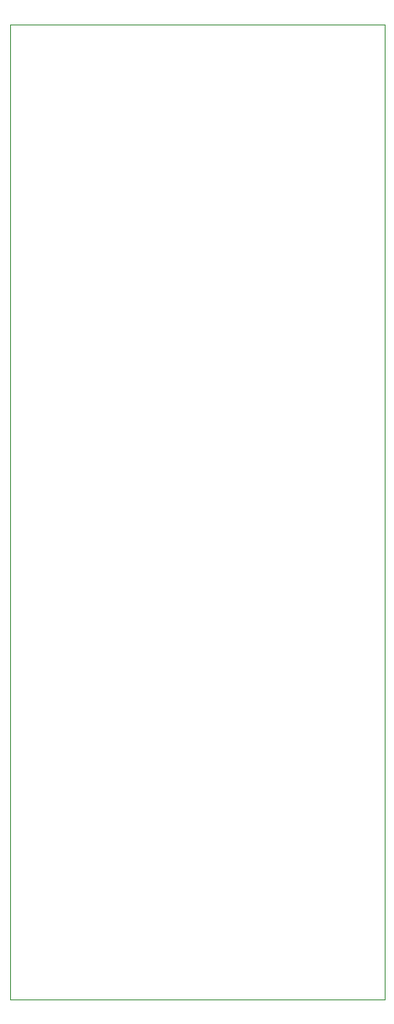
<source format=gbr>
%TF.GenerationSoftware,KiCad,Pcbnew,5.1.10*%
%TF.CreationDate,2021-06-18T21:18:55+02:00*%
%TF.ProjectId,double-gain,646f7562-6c65-42d6-9761-696e2e6b6963,rev?*%
%TF.SameCoordinates,Original*%
%TF.FileFunction,Profile,NP*%
%FSLAX46Y46*%
G04 Gerber Fmt 4.6, Leading zero omitted, Abs format (unit mm)*
G04 Created by KiCad (PCBNEW 5.1.10) date 2021-06-18 21:18:55*
%MOMM*%
%LPD*%
G01*
G04 APERTURE LIST*
%TA.AperFunction,Profile*%
%ADD10C,0.100000*%
%TD*%
G04 APERTURE END LIST*
D10*
X37500000Y-130000000D02*
X37500000Y-32500000D01*
X75000000Y-130000000D02*
X37500000Y-130000000D01*
X75000000Y-32500000D02*
X75000000Y-130000000D01*
X37500000Y-32500000D02*
X75000000Y-32500000D01*
M02*

</source>
